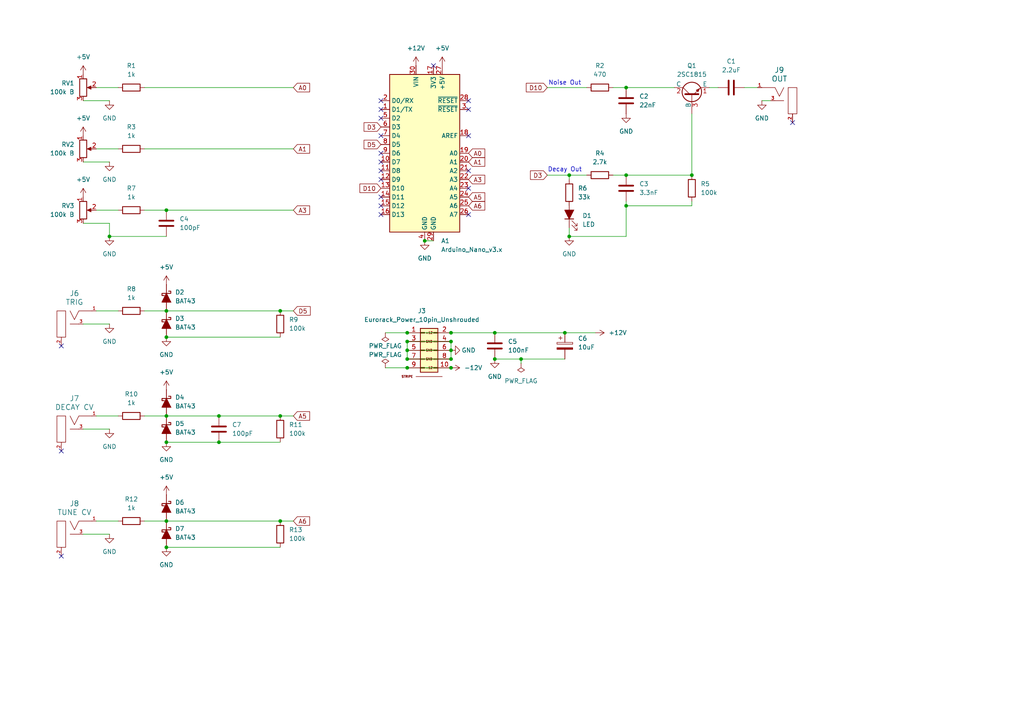
<source format=kicad_sch>
(kicad_sch (version 20231120) (generator "eeschema") (generator_version "8.0")
  (paper "A4")
  (lib_symbols
    (symbol "Device:C" (pin_numbers hide) (pin_names (offset 0.254))
      (property "Reference" "C" (at 0.635 2.54 0))
      (property "Value" "C" (at 0.635 -2.54 0))
      (symbol "C_0_1"
        (polyline (pts (xy -2.032 -0.762) (xy 2.032 -0.762)) (stroke (width 0.508)))
        (polyline (pts (xy -2.032 0.762) (xy 2.032 0.762)) (stroke (width 0.508)))
      )
      (symbol "C_1_1"
        (pin passive line (at 0 3.81 270) (length 2.794) (name "~") (number "1"))
        (pin passive line (at 0 -3.81 90) (length 2.794) (name "~") (number "2"))
      )
    )
    (symbol "Device:C_Polarized" (pin_numbers hide) (pin_names (offset 0.254))
      (property "Reference" "C" (at 0.635 2.54 0))
      (property "Value" "C_Polarized" (at 0.635 -2.54 0))
      (symbol "C_Polarized_0_1"
        (rectangle (start -2.286 0.508) (end 2.286 1.016))
        (polyline (pts (xy -1.778 2.286) (xy -0.762 2.286)))
        (polyline (pts (xy -1.27 2.794) (xy -1.27 1.778)))
        (rectangle (start 2.286 -0.508) (end -2.286 -1.016) (fill (type outline)))
      )
      (symbol "C_Polarized_1_1"
        (pin passive line (at 0 3.81 270) (length 2.794) (name "~") (number "1"))
        (pin passive line (at 0 -3.81 90) (length 2.794) (name "~") (number "2"))
      )
    )
    (symbol "Device:D_Schottky_Filled" (pin_numbers hide) (pin_names (offset 1.016) hide)
      (property "Reference" "D" (at 0 2.54 0))
      (property "Value" "D_Schottky_Filled" (at 0 -2.54 0))
      (symbol "D_Schottky_Filled_0_1"
        (polyline (pts (xy 1.27 0) (xy -1.27 0)))
        (polyline (pts (xy 1.27 1.27) (xy 1.27 -1.27) (xy -1.27 0) (xy 1.27 1.27)) (stroke (width 0.254)) (fill (type outline)))
        (polyline (pts (xy -1.905 0.635) (xy -1.905 1.27) (xy -1.27 1.27) (xy -1.27 -1.27) (xy -0.635 -1.27) (xy -0.635 -0.635)) (stroke (width 0.254)))
      )
      (symbol "D_Schottky_Filled_1_1"
        (pin passive line (at -3.81 0 0) (length 2.54) (name "K") (number "1"))
        (pin passive line (at 3.81 0 180) (length 2.54) (name "A") (number "2"))
      )
    )
    (symbol "Device:LED_Filled" (pin_numbers hide) (pin_names (offset 1.016) hide)
      (property "Reference" "D" (at 0 2.54 0))
      (property "Value" "LED_Filled" (at 0 -2.54 0))
      (symbol "LED_Filled_0_1"
        (polyline (pts (xy -1.27 -1.27) (xy -1.27 1.27)) (stroke (width 0.254)))
        (polyline (pts (xy -1.27 0) (xy 1.27 0)))
        (polyline (pts (xy 1.27 -1.27) (xy 1.27 1.27) (xy -1.27 0) (xy 1.27 -1.27)) (stroke (width 0.254)) (fill (type outline)))
        (polyline (pts (xy -3.048 -0.762) (xy -4.572 -2.286) (xy -3.81 -2.286) (xy -4.572 -2.286) (xy -4.572 -1.524)))
        (polyline (pts (xy -1.778 -0.762) (xy -3.302 -2.286) (xy -2.54 -2.286) (xy -3.302 -2.286) (xy -3.302 -1.524)))
      )
      (symbol "LED_Filled_1_1"
        (pin passive line (at -3.81 0 0) (length 2.54) (name "K") (number "1"))
        (pin passive line (at 3.81 0 180) (length 2.54) (name "A") (number "2"))
      )
    )
    (symbol "Device:R" (pin_numbers hide) (pin_names (offset 0))
      (property "Reference" "R" (at 2.032 0 90))
      (property "Value" "R" (at 0 0 90))
      (symbol "R_0_1"
        (rectangle (start -1.016 -2.54) (end 1.016 2.54) (stroke (width 0.254)))
      )
      (symbol "R_1_1"
        (pin passive line (at 0 3.81 270) (length 1.27) (name "~") (number "1"))
        (pin passive line (at 0 -3.81 90) (length 1.27) (name "~") (number "2"))
      )
    )
    (symbol "Device:R_Potentiometer" (pin_names (offset 1.016) hide)
      (property "Reference" "RV" (at -4.445 0 90))
      (property "Value" "R_Potentiometer" (at -2.54 0 90))
      (symbol "R_Potentiometer_0_1"
        (polyline (pts (xy 2.54 0) (xy 1.524 0)))
        (polyline (pts (xy 1.143 0) (xy 2.286 0.508) (xy 2.286 -0.508) (xy 1.143 0)) (fill (type outline)))
        (rectangle (start 1.016 2.54) (end -1.016 -2.54) (stroke (width 0.254)))
      )
      (symbol "R_Potentiometer_1_1"
        (pin passive line (at 0 3.81 270) (length 1.27) (name "1") (number "1"))
        (pin passive line (at 3.81 0 180) (length 1.27) (name "2") (number "2"))
        (pin passive line (at 0 -3.81 90) (length 1.27) (name "3") (number "3"))
      )
    )
    (symbol "MCU_Module:Arduino_Nano_v3.x"
      (property "Reference" "A" (at -10.16 23.495 0))
      (property "Value" "Arduino_Nano_v3.x" (at 5.08 -24.13 0))
      (symbol "Arduino_Nano_v3.x_0_1"
        (rectangle (start -10.16 22.86) (end 10.16 -22.86) (stroke (width 0.254)) (fill (type background)))
      )
      (symbol "Arduino_Nano_v3.x_1_1"
        (pin bidirectional line (at -12.7 12.7 0) (length 2.54) (name "D1/TX") (number "1"))
        (pin bidirectional line (at -12.7 -2.54 0) (length 2.54) (name "D7") (number "10"))
        (pin bidirectional line (at -12.7 -5.08 0) (length 2.54) (name "D8") (number "11"))
        (pin bidirectional line (at -12.7 -7.62 0) (length 2.54) (name "D9") (number "12"))
        (pin bidirectional line (at -12.7 -10.16 0) (length 2.54) (name "D10") (number "13"))
        (pin bidirectional line (at -12.7 -12.7 0) (length 2.54) (name "D11") (number "14"))
        (pin bidirectional line (at -12.7 -15.24 0) (length 2.54) (name "D12") (number "15"))
        (pin bidirectional line (at -12.7 -17.78 0) (length 2.54) (name "D13") (number "16"))
        (pin power_out line (at 2.54 25.4 270) (length 2.54) (name "3V3") (number "17"))
        (pin input line (at 12.7 5.08 180) (length 2.54) (name "AREF") (number "18"))
        (pin bidirectional line (at 12.7 0 180) (length 2.54) (name "A0") (number "19"))
        (pin bidirectional line (at -12.7 15.24 0) (length 2.54) (name "D0/RX") (number "2"))
        (pin bidirectional line (at 12.7 -2.54 180) (length 2.54) (name "A1") (number "20"))
        (pin bidirectional line (at 12.7 -5.08 180) (length 2.54) (name "A2") (number "21"))
        (pin bidirectional line (at 12.7 -7.62 180) (length 2.54) (name "A3") (number "22"))
        (pin bidirectional line (at 12.7 -10.16 180) (length 2.54) (name "A4") (number "23"))
        (pin bidirectional line (at 12.7 -12.7 180) (length 2.54) (name "A5") (number "24"))
        (pin bidirectional line (at 12.7 -15.24 180) (length 2.54) (name "A6") (number "25"))
        (pin bidirectional line (at 12.7 -17.78 180) (length 2.54) (name "A7") (number "26"))
        (pin power_out line (at 5.08 25.4 270) (length 2.54) (name "+5V") (number "27"))
        (pin input line (at 12.7 15.24 180) (length 2.54) (name "~{RESET}") (number "28"))
        (pin power_in line (at 2.54 -25.4 90) (length 2.54) (name "GND") (number "29"))
        (pin input line (at 12.7 12.7 180) (length 2.54) (name "~{RESET}") (number "3"))
        (pin power_in line (at -2.54 25.4 270) (length 2.54) (name "VIN") (number "30"))
        (pin power_in line (at 0 -25.4 90) (length 2.54) (name "GND") (number "4"))
        (pin bidirectional line (at -12.7 10.16 0) (length 2.54) (name "D2") (number "5"))
        (pin bidirectional line (at -12.7 7.62 0) (length 2.54) (name "D3") (number "6"))
        (pin bidirectional line (at -12.7 5.08 0) (length 2.54) (name "D4") (number "7"))
        (pin bidirectional line (at -12.7 2.54 0) (length 2.54) (name "D5") (number "8"))
        (pin bidirectional line (at -12.7 0 0) (length 2.54) (name "D6") (number "9"))
      )
    )
    (symbol "PCM_4ms_Connector:Eurorack_Power_10pin_Unshrouded" (pin_names (offset 0.0254) hide)
      (property "Reference" "J" (at 0 3.81 0))
      (property "Value" "Eurorack_Power_10pin_Unshrouded" (at 0 6.35 0))
      (symbol "Eurorack_Power_10pin_Unshrouded_0_0"
        (text "+12" (at 0 1.27 0) (effects (font (size 0.635 0.635))))
        (text "-12" (at 0 -8.89 0) (effects (font (size 0.635 0.635))))
        (text "GND" (at 0 -6.35 0) (effects (font (size 0.635 0.635))))
        (text "GND" (at 0 -3.81 0) (effects (font (size 0.635 0.635))))
        (text "GND" (at 0 -1.27 0) (effects (font (size 0.635 0.635))))
        (text "STRIPE" (at -6.35 -11.43 0) (effects (font (size 0.635 0.635))))
      )
      (symbol "Eurorack_Power_10pin_Unshrouded_0_1"
        (rectangle (start -2.54 -10.16) (end 2.54 2.54) (stroke (width 0.254)) (fill (type background)))
        (rectangle (start -2.54 -8.763) (end -1.27 -9.017))
        (rectangle (start -2.54 -6.223) (end -1.27 -6.477))
        (rectangle (start -2.54 -3.683) (end -1.27 -3.937))
        (rectangle (start -2.54 -1.143) (end -1.27 -1.397))
        (rectangle (start -2.54 1.397) (end -1.27 1.143))
        (polyline (pts (xy -3.81 -11.43) (xy 3.81 -11.43) (xy 1.27 -11.43)))
        (rectangle (start 1.27 -8.763) (end 2.54 -9.017))
        (rectangle (start 1.27 -6.223) (end 2.54 -6.477))
        (rectangle (start 1.27 -3.683) (end 2.54 -3.937))
        (rectangle (start 1.27 -1.143) (end 2.54 -1.397))
        (rectangle (start 1.27 1.397) (end 2.54 1.143))
      )
      (symbol "Eurorack_Power_10pin_Unshrouded_1_1"
        (pin passive line (at -6.35 1.27 0) (length 3.81) (name "+12V") (number "1"))
        (pin passive line (at 6.35 -8.89 180) (length 3.81) (name "-12V") (number "10"))
        (pin passive line (at 6.35 1.27 180) (length 3.81) (name "+12V") (number "2"))
        (pin passive line (at -6.35 -1.27 0) (length 3.81) (name "GND") (number "3"))
        (pin passive line (at 6.35 -1.27 180) (length 3.81) (name "GND") (number "4"))
        (pin passive line (at -6.35 -3.81 0) (length 3.81) (name "GND") (number "5"))
        (pin passive line (at 6.35 -3.81 180) (length 3.81) (name "GND") (number "6"))
        (pin passive line (at -6.35 -6.35 0) (length 3.81) (name "GND") (number "7"))
        (pin passive line (at 6.35 -6.35 180) (length 3.81) (name "GND") (number "8"))
        (pin passive line (at -6.35 -8.89 0) (length 3.81) (name "-12V") (number "9"))
      )
    )
    (symbol "PCM_4ms_Jack:3.5mm_Mono_Switched_sm" (pin_names (offset 0) hide)
      (property "Reference" "J" (at -7.62 8.89 0))
      (property "Value" "3.5mm_Mono_Switched_sm" (at 6.35 6.604 0))
      (symbol "3.5mm_Mono_Switched_sm_0_0"
        (rectangle (start -6.35 5.08) (end -3.81 -2.54))
        (polyline (pts (xy -2.54 1.27) (xy 0 1.27)))
        (polyline (pts (xy -2.54 5.08) (xy -1.27 2.54) (xy 0 5.08) (xy 3.81 5.08)))
      )
      (symbol "3.5mm_Mono_Switched_sm_1_1"
        (pin passive line (at 5.08 5.08 180) (length 1.27) (name "SIG") (number "1"))
        (pin passive line (at -5.08 -5.08 90) (length 2.54) (name "SHEILD") (number "2"))
        (pin passive line (at 1.27 1.27 180) (length 1.27) (name "SW") (number "3"))
      )
    )
    (symbol "PCM_4ms_Power-symbol:PWR_FLAG" (power) (pin_numbers hide) (pin_names (offset 0) hide)
      (property "Value" "PWR_FLAG" (at 0 3.81 0))
      (symbol "PWR_FLAG_0_0"
        (pin power_out line (at 0 0 90) (length 0) (name "pwr") (number "1"))
      )
      (symbol "PWR_FLAG_0_1"
        (polyline (pts (xy 0 0) (xy 0 1.27) (xy -1.016 1.905) (xy 0 2.54) (xy 1.016 1.905) (xy 0 1.27)))
      )
    )
    (symbol "Transistor_BJT:2SC1815" (pin_names (offset 0))
      (property "Reference" "Q" (at 5.08 1.905 0))
      (property "Value" "2SC1815" (at 5.08 0 0))
      (symbol "2SC1815_0_1"
        (polyline (pts (xy 0 0) (xy 0.508 0)))
        (polyline (pts (xy 0.635 0.635) (xy 2.54 2.54)))
        (polyline (pts (xy 0.635 -0.635) (xy 2.54 -2.54) (xy 2.54 -2.54)))
        (polyline (pts (xy 0.635 1.905) (xy 0.635 -1.905) (xy 0.635 -1.905)) (stroke (width 0.508)))
        (polyline (pts (xy 1.27 -1.778) (xy 1.778 -1.27) (xy 2.286 -2.286) (xy 1.27 -1.778) (xy 1.27 -1.778)) (fill (type outline)))
        (circle (center 1.27 0) (radius 2.8194) (stroke (width 0.254)))
      )
      (symbol "2SC1815_1_1"
        (pin passive line (at 2.54 -5.08 90) (length 2.54) (name "E") (number "1"))
        (pin passive line (at 2.54 5.08 270) (length 2.54) (name "C") (number "2"))
        (pin input line (at -5.08 0 0) (length 5.08) (name "B") (number "3"))
      )
    )
    (symbol "power:+12V" (power) (pin_numbers hide) (pin_names (offset 0) hide)
      (property "Value" "+12V" (at 0 3.556 0))
      (symbol "+12V_0_1"
        (polyline (pts (xy -0.762 1.27) (xy 0 2.54)))
        (polyline (pts (xy 0 0) (xy 0 2.54)))
        (polyline (pts (xy 0 2.54) (xy 0.762 1.27)))
      )
      (symbol "+12V_1_1"
        (pin power_in line (at 0 0 90) (length 0) (name "~") (number "1"))
      )
    )
    (symbol "power:+5V" (power) (pin_numbers hide) (pin_names (offset 0) hide)
      (property "Value" "+5V" (at 0 3.556 0))
      (symbol "+5V_0_1"
        (polyline (pts (xy -0.762 1.27) (xy 0 2.54)))
        (polyline (pts (xy 0 0) (xy 0 2.54)))
        (polyline (pts (xy 0 2.54) (xy 0.762 1.27)))
      )
      (symbol "+5V_1_1"
        (pin power_in line (at 0 0 90) (length 0) (name "~") (number "1"))
      )
    )
    (symbol "power:GND" (power) (pin_numbers hide) (pin_names (offset 0) hide)
      (property "Value" "GND" (at 0 -3.81 0))
      (symbol "GND_0_1"
        (polyline (pts (xy 0 0) (xy 0 -1.27) (xy 1.27 -1.27) (xy 0 -2.54) (xy -1.27 -1.27) (xy 0 -1.27)))
      )
      (symbol "GND_1_1"
        (pin power_in line (at 0 0 270) (length 0) (name "~") (number "1"))
      )
    )
  )
  (junction (at 181.61 25.4))
  (junction (at 118.11 101.6))
  (junction (at 63.5 120.65))
  (junction (at 165.1 68.58))
  (junction (at 118.11 106.68))
  (junction (at 81.28 90.17))
  (junction (at 48.26 128.27))
  (junction (at 151.13 104.14))
  (junction (at 81.28 120.65))
  (junction (at 48.26 158.75))
  (junction (at 118.11 96.52))
  (junction (at 163.83 96.52))
  (junction (at 48.26 151.13))
  (junction (at 130.81 106.68))
  (junction (at 165.1 50.8))
  (junction (at 48.26 120.65))
  (junction (at 200.66 50.8))
  (junction (at 181.61 50.8))
  (junction (at 48.26 90.17))
  (junction (at 48.26 60.96))
  (junction (at 118.11 104.14))
  (junction (at 118.11 99.06))
  (junction (at 31.75 68.58))
  (junction (at 130.81 101.6))
  (junction (at 63.5 128.27))
  (junction (at 130.81 96.52))
  (junction (at 143.51 104.14))
  (junction (at 81.28 151.13))
  (junction (at 181.61 59.69))
  (junction (at 48.26 97.79))
  (junction (at 123.19 69.85))
  (junction (at 130.81 104.14))
  (junction (at 143.51 96.52))
  (junction (at 130.81 99.06))
  (no_connect (at 110.49 62.23))
  (no_connect (at 135.89 31.75))
  (no_connect (at 110.49 44.45))
  (no_connect (at 135.89 49.53))
  (no_connect (at 110.49 52.07))
  (no_connect (at 17.78 161.29))
  (no_connect (at 110.49 31.75))
  (no_connect (at 17.78 100.33))
  (no_connect (at 110.49 39.37))
  (no_connect (at 229.87 35.56))
  (no_connect (at 110.49 59.69))
  (no_connect (at 135.89 29.21))
  (no_connect (at 135.89 62.23))
  (no_connect (at 125.73 19.05))
  (no_connect (at 135.89 54.61))
  (no_connect (at 110.49 34.29))
  (no_connect (at 110.49 49.53))
  (no_connect (at 110.49 57.15))
  (no_connect (at 17.78 130.81))
  (no_connect (at 110.49 46.99))
  (no_connect (at 135.89 39.37))
  (no_connect (at 110.49 29.21))
  (wire (pts (xy 165.1 52.07) (xy 165.1 50.8)))
  (wire (pts (xy 81.28 151.13) (xy 85.09 151.13)))
  (wire (pts (xy 24.13 93.98) (xy 31.75 93.98)))
  (wire (pts (xy 63.5 120.65) (xy 81.28 120.65)))
  (wire (pts (xy 181.61 58.42) (xy 181.61 59.69)))
  (wire (pts (xy 27.94 120.65) (xy 34.29 120.65)))
  (wire (pts (xy 200.66 59.69) (xy 200.66 58.42)))
  (wire (pts (xy 118.11 101.6) (xy 118.11 104.14)))
  (wire (pts (xy 48.26 60.96) (xy 85.09 60.96)))
  (wire (pts (xy 111.76 96.52) (xy 118.11 96.52)))
  (wire (pts (xy 181.61 50.8) (xy 200.66 50.8)))
  (wire (pts (xy 151.13 105.41) (xy 151.13 104.14)))
  (wire (pts (xy 220.98 29.21) (xy 223.52 29.21)))
  (wire (pts (xy 27.94 60.96) (xy 34.29 60.96)))
  (wire (pts (xy 31.75 64.77) (xy 24.13 64.77)))
  (wire (pts (xy 215.9 25.4) (xy 219.71 25.4)))
  (wire (pts (xy 31.75 46.99) (xy 24.13 46.99)))
  (wire (pts (xy 27.94 43.18) (xy 34.29 43.18)))
  (wire (pts (xy 130.81 96.52) (xy 143.51 96.52)))
  (wire (pts (xy 200.66 33.02) (xy 200.66 50.8)))
  (wire (pts (xy 27.94 90.17) (xy 34.29 90.17)))
  (wire (pts (xy 163.83 96.52) (xy 143.51 96.52)))
  (wire (pts (xy 48.26 151.13) (xy 81.28 151.13)))
  (wire (pts (xy 165.1 68.58) (xy 181.61 68.58)))
  (wire (pts (xy 31.75 68.58) (xy 31.75 64.77)))
  (wire (pts (xy 158.75 50.8) (xy 165.1 50.8)))
  (wire (pts (xy 158.75 25.4) (xy 170.18 25.4)))
  (wire (pts (xy 48.26 120.65) (xy 63.5 120.65)))
  (wire (pts (xy 27.94 151.13) (xy 34.29 151.13)))
  (wire (pts (xy 118.11 104.14) (xy 130.81 104.14)))
  (wire (pts (xy 48.26 90.17) (xy 81.28 90.17)))
  (wire (pts (xy 181.61 59.69) (xy 200.66 59.69)))
  (wire (pts (xy 118.11 101.6) (xy 130.81 101.6)))
  (wire (pts (xy 24.13 124.46) (xy 31.75 124.46)))
  (wire (pts (xy 63.5 128.27) (xy 81.28 128.27)))
  (wire (pts (xy 177.8 25.4) (xy 181.61 25.4)))
  (wire (pts (xy 130.81 101.6) (xy 130.81 104.14)))
  (wire (pts (xy 165.1 59.69) (xy 165.1 58.42)))
  (wire (pts (xy 130.81 99.06) (xy 130.81 101.6)))
  (wire (pts (xy 172.72 96.52) (xy 163.83 96.52)))
  (wire (pts (xy 181.61 25.4) (xy 195.58 25.4)))
  (wire (pts (xy 41.91 60.96) (xy 48.26 60.96)))
  (wire (pts (xy 48.26 97.79) (xy 81.28 97.79)))
  (wire (pts (xy 118.11 96.52) (xy 130.81 96.52)))
  (wire (pts (xy 208.28 25.4) (xy 205.74 25.4)))
  (wire (pts (xy 165.1 50.8) (xy 170.18 50.8)))
  (wire (pts (xy 48.26 128.27) (xy 63.5 128.27)))
  (wire (pts (xy 118.11 106.68) (xy 130.81 106.68)))
  (wire (pts (xy 143.51 104.14) (xy 151.13 104.14)))
  (wire (pts (xy 81.28 120.65) (xy 85.09 120.65)))
  (wire (pts (xy 41.91 90.17) (xy 48.26 90.17)))
  (wire (pts (xy 41.91 25.4) (xy 85.09 25.4)))
  (wire (pts (xy 31.75 68.58) (xy 48.26 68.58)))
  (wire (pts (xy 41.91 43.18) (xy 85.09 43.18)))
  (wire (pts (xy 118.11 99.06) (xy 118.11 101.6)))
  (wire (pts (xy 81.28 90.17) (xy 85.09 90.17)))
  (wire (pts (xy 31.75 29.21) (xy 24.13 29.21)))
  (wire (pts (xy 48.26 158.75) (xy 81.28 158.75)))
  (wire (pts (xy 24.13 154.94) (xy 31.75 154.94)))
  (wire (pts (xy 177.8 50.8) (xy 181.61 50.8)))
  (wire (pts (xy 151.13 104.14) (xy 163.83 104.14)))
  (wire (pts (xy 118.11 99.06) (xy 130.81 99.06)))
  (wire (pts (xy 123.19 69.85) (xy 125.73 69.85)))
  (wire (pts (xy 41.91 120.65) (xy 48.26 120.65)))
  (wire (pts (xy 41.91 151.13) (xy 48.26 151.13)))
  (wire (pts (xy 165.1 68.58) (xy 165.1 66.04)))
  (wire (pts (xy 181.61 59.69) (xy 181.61 68.58)))
  (wire (pts (xy 111.76 106.68) (xy 118.11 106.68)))
  (wire (pts (xy 27.94 25.4) (xy 34.29 25.4)))
  (text "Noise Out" (at 163.83 24.13 0) (effects (font (size 1.27 1.27))))
  (text "Decay Out" (at 163.83 49.276 0) (effects (font (size 1.27 1.27))))
  (global_label "A0" (shape input) (at 85.09 25.4 0) (property "Intersheetrefs" "${INTERSHEET_REFS}" (effects (hide yes))))
  (global_label "A5" (shape input) (at 135.89 57.15 0) (property "Intersheetrefs" "${INTERSHEET_REFS}" (effects (hide yes))))
  (global_label "D5" (shape input) (at 110.49 41.91 180) (property "Intersheetrefs" "${INTERSHEET_REFS}" (effects (hide yes))))
  (global_label "A6" (shape input) (at 85.09 151.13 0) (property "Intersheetrefs" "${INTERSHEET_REFS}" (effects (hide yes))))
  (global_label "D10" (shape input) (at 110.49 54.61 180) (property "Intersheetrefs" "${INTERSHEET_REFS}" (effects (hide yes))))
  (global_label "A3" (shape input) (at 135.89 52.07 0) (property "Intersheetrefs" "${INTERSHEET_REFS}" (effects (hide yes))))
  (global_label "D10" (shape input) (at 158.75 25.4 180) (property "Intersheetrefs" "${INTERSHEET_REFS}" (effects (hide yes))))
  (global_label "D3" (shape input) (at 110.49 36.83 180) (property "Intersheetrefs" "${INTERSHEET_REFS}" (effects (hide yes))))
  (global_label "D5" (shape input) (at 85.09 90.17 0) (property "Intersheetrefs" "${INTERSHEET_REFS}" (effects (hide yes))))
  (global_label "A3" (shape input) (at 85.09 60.96 0) (property "Intersheetrefs" "${INTERSHEET_REFS}" (effects (hide yes))))
  (global_label "D3" (shape input) (at 158.75 50.8 180) (property "Intersheetrefs" "${INTERSHEET_REFS}" (effects (hide yes))))
  (global_label "A5" (shape input) (at 85.09 120.65 0) (property "Intersheetrefs" "${INTERSHEET_REFS}" (effects (hide yes))))
  (global_label "A6" (shape input) (at 135.89 59.69 0) (property "Intersheetrefs" "${INTERSHEET_REFS}" (effects (hide yes))))
  (global_label "A1" (shape input) (at 135.89 46.99 0) (property "Intersheetrefs" "${INTERSHEET_REFS}" (effects (hide yes))))
  (global_label "A0" (shape input) (at 135.89 44.45 0) (property "Intersheetrefs" "${INTERSHEET_REFS}" (effects (hide yes))))
  (global_label "A1" (shape input) (at 85.09 43.18 0) (property "Intersheetrefs" "${INTERSHEET_REFS}" (effects (hide yes))))
  (symbol (lib_id "Device:D_Schottky_Filled") (at 48.26 147.32 270) (unit 1)
    (property "Reference" "D6" (at 50.8 145.7324 90) (effects (justify left)))
    (property "Value" "BAT43" (at 50.8 148.2724 90) (effects (justify left)))
    (property "Footprint" "Library:D_DO-35_SOD27_P7.62mm_Horizontal_Widened_No_K" (effects (hide yes)))
    (property "Description" "Schottky diode, filled shape" (effects (hide yes)))
    (property "Silkscreen Value" "B43" (effects (hide yes)))
  )
  (symbol (lib_id "power:GND") (at 31.75 29.21 0) (unit 1)
    (property "Reference" "#PWR05" (effects (hide yes)))
    (property "Value" "GND" (at 31.75 34.29 0))
    (property "Description" "Power symbol creates a global label with name \"GND\" , ground" (effects (hide yes)))
  )
  (symbol (lib_id "power:+12V") (at 130.81 106.68 270) (unit 1)
    (property "Reference" "#PWR025" (effects (hide yes)))
    (property "Value" "-12V" (at 134.62 106.6799 90) (effects (justify left)))
    (property "Description" "Power symbol creates a global label with name \"+12V\"" (effects (hide yes)))
  )
  (symbol (lib_id "power:GND") (at 48.26 158.75 0) (unit 1)
    (property "Reference" "#PWR024" (effects (hide yes)))
    (property "Value" "GND" (at 48.26 163.83 0))
    (property "Description" "Power symbol creates a global label with name \"GND\" , ground" (effects (hide yes)))
  )
  (symbol (lib_id "Device:C") (at 48.26 64.77 0) (unit 1)
    (property "Reference" "C4" (at 52.07 63.4999 0) (effects (justify left)))
    (property "Value" "100pF" (at 52.07 66.0399 0) (effects (justify left)))
    (property "Footprint" "Capacitor_THT:C_Disc_D3.8mm_W2.6mm_P2.50mm" (effects (hide yes)))
    (property "Description" "Unpolarized capacitor" (effects (hide yes)))
    (property "Silkscreen Value" "101▲" (effects (hide yes)))
  )
  (symbol (lib_id "power:+12V") (at 172.72 96.52 270) (unit 1)
    (property "Reference" "#PWR015" (effects (hide yes)))
    (property "Value" "+12V" (at 176.53 96.5199 90) (effects (justify left)))
    (property "Description" "Power symbol creates a global label with name \"+12V\"" (effects (hide yes)))
  )
  (symbol (lib_id "Device:R") (at 38.1 43.18 90) (unit 1)
    (property "Reference" "R3" (at 38.1 36.83 90))
    (property "Value" "1k" (at 38.1 39.37 90))
    (property "Footprint" "Resistor_THT:R_Axial_DIN0207_L6.3mm_D2.5mm_P7.62mm_Horizontal" (effects (hide yes)))
    (property "Description" "Resistor" (effects (hide yes)))
  )
  (symbol (lib_id "Device:D_Schottky_Filled") (at 48.26 116.84 270) (unit 1)
    (property "Reference" "D4" (at 50.8 115.2524 90) (effects (justify left)))
    (property "Value" "BAT43" (at 50.8 117.7924 90) (effects (justify left)))
    (property "Footprint" "Library:D_DO-35_SOD27_P7.62mm_Horizontal_Widened_No_K" (effects (hide yes)))
    (property "Description" "Schottky diode, filled shape" (effects (hide yes)))
    (property "Silkscreen Value" "B43" (effects (hide yes)))
  )
  (symbol (lib_id "power:GND") (at 31.75 68.58 0) (unit 1)
    (property "Reference" "#PWR010" (effects (hide yes)))
    (property "Value" "GND" (at 31.75 73.66 0))
    (property "Description" "Power symbol creates a global label with name \"GND\" , ground" (effects (hide yes)))
  )
  (symbol (lib_id "Device:R") (at 200.66 54.61 180) (unit 1)
    (property "Reference" "R5" (at 203.2 53.3399 0) (effects (justify right)))
    (property "Value" "100k" (at 203.2 55.8799 0) (effects (justify right)))
    (property "Footprint" "Resistor_THT:R_Axial_DIN0207_L6.3mm_D2.5mm_P7.62mm_Horizontal" (effects (hide yes)))
    (property "Description" "Resistor" (effects (hide yes)))
  )
  (symbol (lib_id "Device:C_Polarized") (at 163.83 100.33 0) (unit 1)
    (property "Reference" "C6" (at 167.64 98.1709 0) (effects (justify left)))
    (property "Value" "10uF" (at 167.64 100.7109 0) (effects (justify left)))
    (property "Footprint" "Capacitor_THT:CP_Radial_D4.0mm_P2.00mm" (effects (hide yes)))
    (property "Description" "Polarized capacitor" (effects (hide yes)))
    (property "Silkscreen Value" "10uF▶" (effects (hide yes)))
  )
  (symbol (lib_id "power:GND") (at 31.75 46.99 0) (unit 1)
    (property "Reference" "#PWR08" (effects (hide yes)))
    (property "Value" "GND" (at 31.75 52.07 0))
    (property "Description" "Power symbol creates a global label with name \"GND\" , ground" (effects (hide yes)))
  )
  (symbol (lib_id "power:GND") (at 48.26 128.27 0) (unit 1)
    (property "Reference" "#PWR021" (effects (hide yes)))
    (property "Value" "GND" (at 48.26 133.35 0))
    (property "Description" "Power symbol creates a global label with name \"GND\" , ground" (effects (hide yes)))
  )
  (symbol (lib_id "Device:D_Schottky_Filled") (at 48.26 86.36 270) (unit 1)
    (property "Reference" "D2" (at 50.8 84.7724 90) (effects (justify left)))
    (property "Value" "BAT43" (at 50.8 87.3124 90) (effects (justify left)))
    (property "Footprint" "Library:D_DO-35_SOD27_P7.62mm_Horizontal_Widened_No_K" (effects (hide yes)))
    (property "Description" "Schottky diode, filled shape" (effects (hide yes)))
    (property "Silkscreen Value" "B43" (effects (hide yes)))
  )
  (symbol (lib_id "Device:R") (at 38.1 60.96 90) (unit 1)
    (property "Reference" "R7" (at 38.1 54.61 90))
    (property "Value" "1k" (at 38.1 57.15 90))
    (property "Footprint" "Resistor_THT:R_Axial_DIN0207_L6.3mm_D2.5mm_P7.62mm_Horizontal" (effects (hide yes)))
    (property "Description" "Resistor" (effects (hide yes)))
  )
  (symbol (lib_id "Device:C") (at 143.51 100.33 0) (unit 1)
    (property "Reference" "C5" (at 147.32 99.0599 0) (effects (justify left)))
    (property "Value" "100nF" (at 147.32 101.5999 0) (effects (justify left)))
    (property "Footprint" "Capacitor_THT:C_Disc_D3.8mm_W2.6mm_P2.50mm" (effects (hide yes)))
    (property "Description" "Unpolarized capacitor" (effects (hide yes)))
    (property "Silkscreen Value" "◀104" (effects (hide yes)))
  )
  (symbol (lib_id "Device:R") (at 38.1 120.65 90) (unit 1)
    (property "Reference" "R10" (at 38.1 114.3 90))
    (property "Value" "1k" (at 38.1 116.84 90))
    (property "Footprint" "Resistor_THT:R_Axial_DIN0207_L6.3mm_D2.5mm_P7.62mm_Horizontal" (effects (hide yes)))
    (property "Description" "Resistor" (effects (hide yes)))
  )
  (symbol (lib_id "PCM_4ms_Power-symbol:PWR_FLAG") (at 111.76 106.68 0) (mirror y) (unit 1)
    (property "Reference" "#FLG03" (effects (hide yes)))
    (property "Value" "PWR_FLAG" (at 111.76 100.33 0))
  )
  (symbol (lib_id "power:+12V") (at 120.65 19.05 0) (unit 1)
    (property "Reference" "#PWR01" (effects (hide yes)))
    (property "Value" "+12V" (at 120.65 13.97 0))
    (property "Description" "Power symbol creates a global label with name \"+12V\"" (effects (hide yes)))
  )
  (symbol (lib_id "Device:R") (at 38.1 151.13 90) (unit 1)
    (property "Reference" "R12" (at 38.1 144.78 90))
    (property "Value" "1k" (at 38.1 147.32 90))
    (property "Footprint" "Resistor_THT:R_Axial_DIN0207_L6.3mm_D2.5mm_P7.62mm_Horizontal" (effects (hide yes)))
    (property "Description" "Resistor" (effects (hide yes)))
  )
  (symbol (lib_id "power:+5V") (at 24.13 57.15 0) (unit 1)
    (property "Reference" "#PWR09" (effects (hide yes)))
    (property "Value" "+5V" (at 24.13 52.07 0))
    (property "Description" "Power symbol creates a global label with name \"+5V\"" (effects (hide yes)))
  )
  (symbol (lib_id "Device:R") (at 173.99 50.8 90) (unit 1)
    (property "Reference" "R4" (at 173.99 44.45 90))
    (property "Value" "2.7k" (at 173.99 46.99 90))
    (property "Footprint" "Resistor_THT:R_Axial_DIN0207_L6.3mm_D2.5mm_P7.62mm_Horizontal" (effects (hide yes)))
    (property "Description" "Resistor" (effects (hide yes)))
  )
  (symbol (lib_id "MCU_Module:Arduino_Nano_v3.x") (at 123.19 44.45 0) (unit 1)
    (property "Reference" "A1" (at 127.9241 69.85 0) (effects (justify left)))
    (property "Value" "Arduino_Nano_v3.x" (at 127.9241 72.39 0) (effects (justify left)))
    (property "Footprint" "Module:Arduino_Nano" (effects (hide yes)))
    (property "Datasheet" "http://www.mouser.com/pdfdocs/Gravitech_Arduino_Nano3_0.pdf" (effects (hide yes)))
    (property "Description" "Arduino Nano v3.x" (effects (hide yes)))
  )
  (symbol (lib_id "power:+5V") (at 128.27 19.05 0) (unit 1)
    (property "Reference" "#PWR02" (effects (hide yes)))
    (property "Value" "+5V" (at 128.27 13.97 0))
    (property "Description" "Power symbol creates a global label with name \"+5V\"" (effects (hide yes)))
  )
  (symbol (lib_id "Device:R") (at 81.28 154.94 0) (unit 1)
    (property "Reference" "R13" (at 83.82 153.6699 0) (effects (justify left)))
    (property "Value" "100k" (at 83.82 156.2099 0) (effects (justify left)))
    (property "Footprint" "Resistor_THT:R_Axial_DIN0207_L6.3mm_D2.5mm_P7.62mm_Horizontal" (effects (hide yes)))
    (property "Description" "Resistor" (effects (hide yes)))
  )
  (symbol (lib_id "Device:D_Schottky_Filled") (at 48.26 154.94 270) (unit 1)
    (property "Reference" "D7" (at 50.8 153.3524 90) (effects (justify left)))
    (property "Value" "BAT43" (at 50.8 155.8924 90) (effects (justify left)))
    (property "Footprint" "Library:D_DO-35_SOD27_P7.62mm_Horizontal_Widened_No_K" (effects (hide yes)))
    (property "Description" "Schottky diode, filled shape" (effects (hide yes)))
    (property "Silkscreen Value" "B43" (effects (hide yes)))
  )
  (symbol (lib_id "Device:R_Potentiometer") (at 24.13 60.96 0) (unit 1)
    (property "Reference" "RV3" (at 21.59 59.6899 0) (effects (justify right)))
    (property "Value" "100k B" (at 21.59 62.2299 0) (effects (justify right)))
    (property "Footprint" "Library:Pot_9mm_DShaft_RemovedPins4_5" (effects (hide yes)))
    (property "Description" "DECAY" (effects (hide yes)))
  )
  (symbol (lib_id "power:GND") (at 165.1 68.58 0) (unit 1)
    (property "Reference" "#PWR011" (effects (hide yes)))
    (property "Value" "GND" (at 165.1 73.66 0))
    (property "Description" "Power symbol creates a global label with name \"GND\" , ground" (effects (hide yes)))
  )
  (symbol (lib_id "Device:LED_Filled") (at 165.1 62.23 90) (unit 1)
    (property "Reference" "D1" (at 168.91 62.5474 90) (effects (justify right)))
    (property "Value" "LED" (at 168.91 65.0874 90) (effects (justify right)))
    (property "Footprint" "LED_THT:LED_D5.0mm" (effects (hide yes)))
    (property "Description" "Light emitting diode, filled shape" (effects (hide yes)))
  )
  (symbol (lib_id "Device:C") (at 212.09 25.4 90) (unit 1)
    (property "Reference" "C1" (at 212.09 17.78 90))
    (property "Value" "2.2uF" (at 212.09 20.32 90))
    (property "Footprint" "Capacitor_THT:C_Disc_D3.8mm_W2.6mm_P2.50mm" (effects (hide yes)))
    (property "Description" "Unpolarized capacitor" (effects (hide yes)))
    (property "Silkscreen Value" "225▼" (effects (hide yes)))
  )
  (symbol (lib_id "Device:C") (at 63.5 124.46 0) (unit 1)
    (property "Reference" "C7" (at 67.31 123.1899 0) (effects (justify left)))
    (property "Value" "100pF" (at 67.31 125.7299 0) (effects (justify left)))
    (property "Footprint" "Capacitor_THT:C_Disc_D3.8mm_W2.6mm_P2.50mm" (effects (hide yes)))
    (property "Description" "Unpolarized capacitor" (effects (hide yes)))
    (property "Silkscreen Value" "101▲" (effects (hide yes)))
  )
  (symbol (lib_id "PCM_4ms_Power-symbol:PWR_FLAG") (at 111.76 96.52 180) (unit 1)
    (property "Reference" "#FLG01" (effects (hide yes)))
    (property "Value" "PWR_FLAG" (at 111.76 102.87 0))
  )
  (symbol (lib_id "Device:C") (at 181.61 29.21 0) (unit 1)
    (property "Reference" "C2" (at 185.42 27.9399 0) (effects (justify left)))
    (property "Value" "22nF" (at 185.42 30.4799 0) (effects (justify left)))
    (property "Footprint" "Capacitor_THT:C_Disc_D3.8mm_W2.6mm_P2.50mm" (effects (hide yes)))
    (property "Description" "Unpolarized capacitor" (effects (hide yes)))
    (property "Silkscreen Value" "223▼" (effects (hide yes)))
  )
  (symbol (lib_id "power:GND") (at 31.75 154.94 0) (unit 1)
    (property "Reference" "#PWR023" (effects (hide yes)))
    (property "Value" "GND" (at 31.75 160.02 0))
    (property "Description" "Power symbol creates a global label with name \"GND\" , ground" (effects (hide yes)))
  )
  (symbol (lib_id "power:GND") (at 123.19 69.85 0) (unit 1)
    (property "Reference" "#PWR012" (effects (hide yes)))
    (property "Value" "GND" (at 123.19 74.93 0))
    (property "Description" "Power symbol creates a global label with name \"GND\" , ground" (effects (hide yes)))
  )
  (symbol (lib_id "power:GND") (at 31.75 93.98 0) (unit 1)
    (property "Reference" "#PWR014" (effects (hide yes)))
    (property "Value" "GND" (at 31.75 99.06 0))
    (property "Description" "Power symbol creates a global label with name \"GND\" , ground" (effects (hide yes)))
  )
  (symbol (lib_id "Device:D_Schottky_Filled") (at 48.26 93.98 270) (unit 1)
    (property "Reference" "D3" (at 50.8 92.3924 90) (effects (justify left)))
    (property "Value" "BAT43" (at 50.8 94.9324 90) (effects (justify left)))
    (property "Footprint" "Library:D_DO-35_SOD27_P7.62mm_Horizontal_Widened_No_K" (effects (hide yes)))
    (property "Description" "Schottky diode, filled shape" (effects (hide yes)))
    (property "Silkscreen Value" "B43" (effects (hide yes)))
  )
  (symbol (lib_id "Device:R") (at 173.99 25.4 90) (unit 1)
    (property "Reference" "R2" (at 173.99 19.05 90))
    (property "Value" "470" (at 173.99 21.59 90))
    (property "Footprint" "Resistor_THT:R_Axial_DIN0207_L6.3mm_D2.5mm_P7.62mm_Horizontal" (effects (hide yes)))
    (property "Description" "Resistor" (effects (hide yes)))
  )
  (symbol (lib_id "Device:R_Potentiometer") (at 24.13 25.4 0) (unit 1)
    (property "Reference" "RV1" (at 21.59 24.1299 0) (effects (justify right)))
    (property "Value" "100k B" (at 21.59 26.6699 0) (effects (justify right)))
    (property "Footprint" "Library:Pot_9mm_DShaft_RemovedPins4_5" (effects (hide yes)))
    (property "Description" "TUNE" (effects (hide yes)))
  )
  (symbol (lib_id "Device:R") (at 81.28 93.98 0) (unit 1)
    (property "Reference" "R9" (at 83.82 92.7099 0) (effects (justify left)))
    (property "Value" "100k" (at 83.82 95.2499 0) (effects (justify left)))
    (property "Footprint" "Resistor_THT:R_Axial_DIN0207_L6.3mm_D2.5mm_P7.62mm_Horizontal" (effects (hide yes)))
    (property "Description" "Resistor" (effects (hide yes)))
  )
  (symbol (lib_id "power:GND") (at 181.61 33.02 0) (unit 1)
    (property "Reference" "#PWR06" (effects (hide yes)))
    (property "Value" "GND" (at 181.61 38.1 0))
    (property "Description" "Power symbol creates a global label with name \"GND\" , ground" (effects (hide yes)))
  )
  (symbol (lib_id "Device:R_Potentiometer") (at 24.13 43.18 0) (unit 1)
    (property "Reference" "RV2" (at 21.59 41.9099 0) (effects (justify right)))
    (property "Value" "100k B" (at 21.59 44.4499 0) (effects (justify right)))
    (property "Footprint" "Library:Pot_9mm_DShaft_RemovedPins4_5" (effects (hide yes)))
    (property "Description" "TONE" (effects (hide yes)))
  )
  (symbol (lib_id "Device:C") (at 181.61 54.61 0) (unit 1)
    (property "Reference" "C3" (at 185.42 53.3399 0) (effects (justify left)))
    (property "Value" "3.3nF" (at 185.42 55.8799 0) (effects (justify left)))
    (property "Footprint" "Capacitor_THT:C_Disc_D3.8mm_W2.6mm_P2.50mm" (effects (hide yes)))
    (property "Description" "Unpolarized capacitor" (effects (hide yes)))
    (property "Silkscreen Value" "332▶" (effects (hide yes)))
  )
  (symbol (lib_id "PCM_4ms_Jack:3.5mm_Mono_Switched_sm") (at 22.86 95.25 0) (unit 1)
    (property "Reference" "J6" (at 21.59 85.09 0) (effects (font (size 1.524 1.524))))
    (property "Value" "TRIG" (at 21.59 87.63 0) (effects (font (size 1.524 1.524))))
    (property "Footprint" "Library:EighthInch_PJ398SM_3mmNPTH" (effects (hide yes)))
    (property "Description" "Audio 3.5mm Jack, mono, switched, PC-pin Vertical" (effects (hide yes)))
    (property "Specifications" "Audio 3.5mm Jack, mono, switched, PC-pin Vertical" (effects (hide yes)))
    (property "Manufacturer" "Wenzhou QingPu Electronics Co" (effects (hide yes)))
    (property "Part Number" "WQP-WQP518MA" (effects (hide yes)))
  )
  (symbol (lib_id "Device:D_Schottky_Filled") (at 48.26 124.46 270) (unit 1)
    (property "Reference" "D5" (at 50.8 122.8724 90) (effects (justify left)))
    (property "Value" "BAT43" (at 50.8 125.4124 90) (effects (justify left)))
    (property "Footprint" "Library:D_DO-35_SOD27_P7.62mm_Horizontal_Widened_No_K" (effects (hide yes)))
    (property "Description" "Schottky diode, filled shape" (effects (hide yes)))
    (property "Silkscreen Value" "B43" (effects (hide yes)))
  )
  (symbol (lib_id "power:GND") (at 143.51 104.14 0) (unit 1)
    (property "Reference" "#PWR018" (effects (hide yes)))
    (property "Value" "GND" (at 143.51 109.22 0))
    (property "Description" "Power symbol creates a global label with name \"GND\" , ground" (effects (hide yes)))
  )
  (symbol (lib_id "power:+5V") (at 48.26 143.51 0) (unit 1)
    (property "Reference" "#PWR022" (effects (hide yes)))
    (property "Value" "+5V" (at 48.26 138.43 0))
    (property "Description" "Power symbol creates a global label with name \"+5V\"" (effects (hide yes)))
  )
  (symbol (lib_id "Device:R") (at 165.1 55.88 180) (unit 1)
    (property "Reference" "R6" (at 167.64 54.6099 0) (effects (justify right)))
    (property "Value" "33k" (at 167.64 57.1499 0) (effects (justify right)))
    (property "Footprint" "Resistor_THT:R_Axial_DIN0207_L6.3mm_D2.5mm_P7.62mm_Horizontal" (effects (hide yes)))
    (property "Description" "Resistor" (effects (hide yes)))
  )
  (symbol (lib_id "power:GND") (at 31.75 124.46 0) (unit 1)
    (property "Reference" "#PWR020" (effects (hide yes)))
    (property "Value" "GND" (at 31.75 129.54 0))
    (property "Description" "Power symbol creates a global label with name \"GND\" , ground" (effects (hide yes)))
  )
  (symbol (lib_id "power:GND") (at 48.26 97.79 0) (unit 1)
    (property "Reference" "#PWR016" (effects (hide yes)))
    (property "Value" "GND" (at 48.26 102.87 0))
    (property "Description" "Power symbol creates a global label with name \"GND\" , ground" (effects (hide yes)))
  )
  (symbol (lib_id "power:+5V") (at 48.26 113.03 0) (unit 1)
    (property "Reference" "#PWR019" (effects (hide yes)))
    (property "Value" "+5V" (at 48.26 107.95 0))
    (property "Description" "Power symbol creates a global label with name \"+5V\"" (effects (hide yes)))
  )
  (symbol (lib_id "power:GND") (at 130.81 101.6 90) (unit 1)
    (property "Reference" "#PWR017" (effects (hide yes)))
    (property "Value" "GND" (at 133.858 101.6 90) (effects (justify right)))
    (property "Description" "Power symbol creates a global label with name \"GND\" , ground" (effects (hide yes)))
  )
  (symbol (lib_id "power:GND") (at 220.98 29.21 0) (unit 1)
    (property "Reference" "#PWR04" (effects (hide yes)))
    (property "Value" "GND" (at 220.98 34.29 0))
    (property "Description" "Power symbol creates a global label with name \"GND\" , ground" (effects (hide yes)))
  )
  (symbol (lib_id "PCM_4ms_Jack:3.5mm_Mono_Switched_sm") (at 224.79 30.48 0) (mirror y) (unit 1)
    (property "Reference" "J9" (at 226.06 20.32 0) (effects (font (size 1.524 1.524))))
    (property "Value" "OUT" (at 226.06 22.86 0) (effects (font (size 1.524 1.524))))
    (property "Footprint" "Library:EighthInch_PJ398SM_3mmNPTH" (effects (hide yes)))
    (property "Description" "Audio 3.5mm Jack, mono, switched, PC-pin Vertical" (effects (hide yes)))
    (property "Specifications" "Audio 3.5mm Jack, mono, switched, PC-pin Vertical" (effects (hide yes)))
    (property "Manufacturer" "Wenzhou QingPu Electronics Co" (effects (hide yes)))
    (property "Part Number" "WQP-WQP518MA" (effects (hide yes)))
  )
  (symbol (lib_id "power:+5V") (at 48.26 82.55 0) (unit 1)
    (property "Reference" "#PWR013" (effects (hide yes)))
    (property "Value" "+5V" (at 48.26 77.47 0))
    (property "Description" "Power symbol creates a global label with name \"+5V\"" (effects (hide yes)))
  )
  (symbol (lib_id "PCM_4ms_Jack:3.5mm_Mono_Switched_sm") (at 22.86 125.73 0) (unit 1)
    (property "Reference" "J7" (at 21.59 115.57 0) (effects (font (size 1.524 1.524))))
    (property "Value" "DECAY CV" (at 21.59 118.11 0) (effects (font (size 1.524 1.524))))
    (property "Footprint" "Library:EighthInch_PJ398SM_3mmNPTH" (effects (hide yes)))
    (property "Description" "Audio 3.5mm Jack, mono, switched, PC-pin Vertical" (effects (hide yes)))
    (property "Specifications" "Audio 3.5mm Jack, mono, switched, PC-pin Vertical" (effects (hide yes)))
    (property "Manufacturer" "Wenzhou QingPu Electronics Co" (effects (hide yes)))
    (property "Part Number" "WQP-WQP518MA" (effects (hide yes)))
  )
  (symbol (lib_id "Transistor_BJT:2SC1815") (at 200.66 27.94 90) (unit 1)
    (property "Reference" "Q1" (at 200.66 19.05 90))
    (property "Value" "2SC1815" (at 200.66 21.59 90))
    (property "Footprint" "Package_TO_SOT_THT:TO-92L_Inline_Wide" (effects (hide yes)))
    (property "Datasheet" "https://media.digikey.com/pdf/Data%20Sheets/Toshiba%20PDFs/2SC1815.pdf" (effects (hide yes)))
    (property "Description" "0.15A Ic, 50V Vce, Low Noise Audio NPN Transistor, TO-92" (effects (hide yes)))
    (property "Silkscreen Value" "2SC1815▶" (effects (hide yes)))
  )
  (symbol (lib_id "power:+5V") (at 24.13 39.37 0) (unit 1)
    (property "Reference" "#PWR07" (effects (hide yes)))
    (property "Value" "+5V" (at 24.13 34.29 0))
    (property "Description" "Power symbol creates a global label with name \"+5V\"" (effects (hide yes)))
  )
  (symbol (lib_id "PCM_4ms_Power-symbol:PWR_FLAG") (at 151.13 105.41 180) (unit 1)
    (property "Reference" "#FLG02" (effects (hide yes)))
    (property "Value" "PWR_FLAG" (at 151.13 110.49 0))
  )
  (symbol (lib_id "Device:R") (at 81.28 124.46 0) (unit 1)
    (property "Reference" "R11" (at 83.82 123.1899 0) (effects (justify left)))
    (property "Value" "100k" (at 83.82 125.7299 0) (effects (justify left)))
    (property "Footprint" "Resistor_THT:R_Axial_DIN0207_L6.3mm_D2.5mm_P7.62mm_Horizontal" (effects (hide yes)))
    (property "Description" "Resistor" (effects (hide yes)))
  )
  (symbol (lib_id "PCM_4ms_Connector:Eurorack_Power_10pin_Unshrouded") (at 124.46 97.79 0) (unit 1)
    (property "Reference" "J3" (at 122.3533 90.17 0))
    (property "Value" "Eurorack_Power_10pin_Unshrouded" (at 122.3533 92.71 0))
    (property "Footprint" "Library:IDC-Header_2x05_P2.54mm_Vertical_Euro_Power_Striped_ThickerText" (effects (hide yes)))
    (property "Description" "HEADER 2x5 MALE PINS 0.100” 180deg" (effects (hide yes)))
    (property "Specifications" "HEADER 2x5 MALE PINS 0.100” 180deg" (effects (hide yes)))
    (property "Manufacturer" "TAD" (effects (hide yes)))
    (property "Part Number" "1-1002FBV0T" (effects (hide yes)))
  )
  (symbol (lib_id "PCM_4ms_Jack:3.5mm_Mono_Switched_sm") (at 22.86 156.21 0) (unit 1)
    (property "Reference" "J8" (at 21.59 146.05 0) (effects (font (size 1.524 1.524))))
    (property "Value" "TUNE CV" (at 21.59 148.59 0) (effects (font (size 1.524 1.524))))
    (property "Footprint" "Library:EighthInch_PJ398SM_3mmNPTH" (effects (hide yes)))
    (property "Description" "Audio 3.5mm Jack, mono, switched, PC-pin Vertical" (effects (hide yes)))
    (property "Specifications" "Audio 3.5mm Jack, mono, switched, PC-pin Vertical" (effects (hide yes)))
    (property "Manufacturer" "Wenzhou QingPu Electronics Co" (effects (hide yes)))
    (property "Part Number" "WQP-WQP518MA" (effects (hide yes)))
  )
  (symbol (lib_id "power:+5V") (at 24.13 21.59 0) (unit 1)
    (property "Reference" "#PWR03" (effects (hide yes)))
    (property "Value" "+5V" (at 24.13 16.51 0))
    (property "Description" "Power symbol creates a global label with name \"+5V\"" (effects (hide yes)))
  )
  (symbol (lib_id "Device:R") (at 38.1 25.4 90) (unit 1)
    (property "Reference" "R1" (at 38.1 19.05 90))
    (property "Value" "1k" (at 38.1 21.59 90))
    (property "Footprint" "Resistor_THT:R_Axial_DIN0207_L6.3mm_D2.5mm_P7.62mm_Horizontal" (effects (hide yes)))
    (property "Description" "Resistor" (effects (hide yes)))
  )
  (symbol (lib_id "Device:R") (at 38.1 90.17 90) (unit 1)
    (property "Reference" "R8" (at 38.1 83.82 90))
    (property "Value" "1k" (at 38.1 86.36 90))
    (property "Footprint" "Resistor_THT:R_Axial_DIN0207_L6.3mm_D2.5mm_P7.62mm_Horizontal" (effects (hide yes)))
    (property "Description" "Resistor" (effects (hide yes)))
  )
)
</source>
